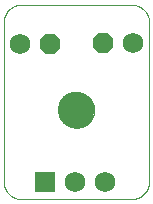
<source format=gts>
G75*
%MOIN*%
%OFA0B0*%
%FSLAX25Y25*%
%IPPOS*%
%LPD*%
%AMOC8*
5,1,8,0,0,1.08239X$1,22.5*
%
%ADD10C,0.00000*%
%ADD11C,0.12211*%
%ADD12R,0.06900X0.06900*%
%ADD13C,0.06900*%
%ADD14OC8,0.06900*%
D10*
X0001400Y0007206D02*
X0001400Y0060194D01*
X0001402Y0060346D01*
X0001408Y0060498D01*
X0001418Y0060650D01*
X0001431Y0060801D01*
X0001449Y0060952D01*
X0001470Y0061103D01*
X0001496Y0061253D01*
X0001525Y0061402D01*
X0001558Y0061551D01*
X0001595Y0061698D01*
X0001635Y0061845D01*
X0001680Y0061990D01*
X0001728Y0062134D01*
X0001780Y0062277D01*
X0001835Y0062419D01*
X0001894Y0062559D01*
X0001957Y0062698D01*
X0002023Y0062835D01*
X0002093Y0062970D01*
X0002166Y0063103D01*
X0002243Y0063234D01*
X0002323Y0063364D01*
X0002406Y0063491D01*
X0002492Y0063616D01*
X0002582Y0063739D01*
X0002675Y0063859D01*
X0002771Y0063977D01*
X0002870Y0064093D01*
X0002972Y0064206D01*
X0003076Y0064316D01*
X0003184Y0064424D01*
X0003294Y0064528D01*
X0003407Y0064630D01*
X0003523Y0064729D01*
X0003641Y0064825D01*
X0003761Y0064918D01*
X0003884Y0065008D01*
X0004009Y0065094D01*
X0004136Y0065177D01*
X0004266Y0065257D01*
X0004397Y0065334D01*
X0004530Y0065407D01*
X0004665Y0065477D01*
X0004802Y0065543D01*
X0004941Y0065606D01*
X0005081Y0065665D01*
X0005223Y0065720D01*
X0005366Y0065772D01*
X0005510Y0065820D01*
X0005655Y0065865D01*
X0005802Y0065905D01*
X0005949Y0065942D01*
X0006098Y0065975D01*
X0006247Y0066004D01*
X0006397Y0066030D01*
X0006548Y0066051D01*
X0006699Y0066069D01*
X0006850Y0066082D01*
X0007002Y0066092D01*
X0007154Y0066098D01*
X0007306Y0066100D01*
X0043994Y0066100D01*
X0044146Y0066098D01*
X0044298Y0066092D01*
X0044450Y0066082D01*
X0044601Y0066069D01*
X0044752Y0066051D01*
X0044903Y0066030D01*
X0045053Y0066004D01*
X0045202Y0065975D01*
X0045351Y0065942D01*
X0045498Y0065905D01*
X0045645Y0065865D01*
X0045790Y0065820D01*
X0045934Y0065772D01*
X0046077Y0065720D01*
X0046219Y0065665D01*
X0046359Y0065606D01*
X0046498Y0065543D01*
X0046635Y0065477D01*
X0046770Y0065407D01*
X0046903Y0065334D01*
X0047034Y0065257D01*
X0047164Y0065177D01*
X0047291Y0065094D01*
X0047416Y0065008D01*
X0047539Y0064918D01*
X0047659Y0064825D01*
X0047777Y0064729D01*
X0047893Y0064630D01*
X0048006Y0064528D01*
X0048116Y0064424D01*
X0048224Y0064316D01*
X0048328Y0064206D01*
X0048430Y0064093D01*
X0048529Y0063977D01*
X0048625Y0063859D01*
X0048718Y0063739D01*
X0048808Y0063616D01*
X0048894Y0063491D01*
X0048977Y0063364D01*
X0049057Y0063234D01*
X0049134Y0063103D01*
X0049207Y0062970D01*
X0049277Y0062835D01*
X0049343Y0062698D01*
X0049406Y0062559D01*
X0049465Y0062419D01*
X0049520Y0062277D01*
X0049572Y0062134D01*
X0049620Y0061990D01*
X0049665Y0061845D01*
X0049705Y0061698D01*
X0049742Y0061551D01*
X0049775Y0061402D01*
X0049804Y0061253D01*
X0049830Y0061103D01*
X0049851Y0060952D01*
X0049869Y0060801D01*
X0049882Y0060650D01*
X0049892Y0060498D01*
X0049898Y0060346D01*
X0049900Y0060194D01*
X0049900Y0007206D01*
X0049898Y0007054D01*
X0049892Y0006902D01*
X0049882Y0006750D01*
X0049869Y0006599D01*
X0049851Y0006448D01*
X0049830Y0006297D01*
X0049804Y0006147D01*
X0049775Y0005998D01*
X0049742Y0005849D01*
X0049705Y0005702D01*
X0049665Y0005555D01*
X0049620Y0005410D01*
X0049572Y0005266D01*
X0049520Y0005123D01*
X0049465Y0004981D01*
X0049406Y0004841D01*
X0049343Y0004702D01*
X0049277Y0004565D01*
X0049207Y0004430D01*
X0049134Y0004297D01*
X0049057Y0004166D01*
X0048977Y0004036D01*
X0048894Y0003909D01*
X0048808Y0003784D01*
X0048718Y0003661D01*
X0048625Y0003541D01*
X0048529Y0003423D01*
X0048430Y0003307D01*
X0048328Y0003194D01*
X0048224Y0003084D01*
X0048116Y0002976D01*
X0048006Y0002872D01*
X0047893Y0002770D01*
X0047777Y0002671D01*
X0047659Y0002575D01*
X0047539Y0002482D01*
X0047416Y0002392D01*
X0047291Y0002306D01*
X0047164Y0002223D01*
X0047034Y0002143D01*
X0046903Y0002066D01*
X0046770Y0001993D01*
X0046635Y0001923D01*
X0046498Y0001857D01*
X0046359Y0001794D01*
X0046219Y0001735D01*
X0046077Y0001680D01*
X0045934Y0001628D01*
X0045790Y0001580D01*
X0045645Y0001535D01*
X0045498Y0001495D01*
X0045351Y0001458D01*
X0045202Y0001425D01*
X0045053Y0001396D01*
X0044903Y0001370D01*
X0044752Y0001349D01*
X0044601Y0001331D01*
X0044450Y0001318D01*
X0044298Y0001308D01*
X0044146Y0001302D01*
X0043994Y0001300D01*
X0007306Y0001300D01*
X0007154Y0001302D01*
X0007002Y0001308D01*
X0006850Y0001318D01*
X0006699Y0001331D01*
X0006548Y0001349D01*
X0006397Y0001370D01*
X0006247Y0001396D01*
X0006098Y0001425D01*
X0005949Y0001458D01*
X0005802Y0001495D01*
X0005655Y0001535D01*
X0005510Y0001580D01*
X0005366Y0001628D01*
X0005223Y0001680D01*
X0005081Y0001735D01*
X0004941Y0001794D01*
X0004802Y0001857D01*
X0004665Y0001923D01*
X0004530Y0001993D01*
X0004397Y0002066D01*
X0004266Y0002143D01*
X0004136Y0002223D01*
X0004009Y0002306D01*
X0003884Y0002392D01*
X0003761Y0002482D01*
X0003641Y0002575D01*
X0003523Y0002671D01*
X0003407Y0002770D01*
X0003294Y0002872D01*
X0003184Y0002976D01*
X0003076Y0003084D01*
X0002972Y0003194D01*
X0002870Y0003307D01*
X0002771Y0003423D01*
X0002675Y0003541D01*
X0002582Y0003661D01*
X0002492Y0003784D01*
X0002406Y0003909D01*
X0002323Y0004036D01*
X0002243Y0004166D01*
X0002166Y0004297D01*
X0002093Y0004430D01*
X0002023Y0004565D01*
X0001957Y0004702D01*
X0001894Y0004841D01*
X0001835Y0004981D01*
X0001780Y0005123D01*
X0001728Y0005266D01*
X0001680Y0005410D01*
X0001635Y0005555D01*
X0001595Y0005702D01*
X0001558Y0005849D01*
X0001525Y0005998D01*
X0001496Y0006147D01*
X0001470Y0006297D01*
X0001449Y0006448D01*
X0001431Y0006599D01*
X0001418Y0006750D01*
X0001408Y0006902D01*
X0001402Y0007054D01*
X0001400Y0007206D01*
X0019744Y0031000D02*
X0019746Y0031153D01*
X0019752Y0031307D01*
X0019762Y0031460D01*
X0019776Y0031612D01*
X0019794Y0031765D01*
X0019816Y0031916D01*
X0019841Y0032067D01*
X0019871Y0032218D01*
X0019905Y0032368D01*
X0019942Y0032516D01*
X0019983Y0032664D01*
X0020028Y0032810D01*
X0020077Y0032956D01*
X0020130Y0033100D01*
X0020186Y0033242D01*
X0020246Y0033383D01*
X0020310Y0033523D01*
X0020377Y0033661D01*
X0020448Y0033797D01*
X0020523Y0033931D01*
X0020600Y0034063D01*
X0020682Y0034193D01*
X0020766Y0034321D01*
X0020854Y0034447D01*
X0020945Y0034570D01*
X0021039Y0034691D01*
X0021137Y0034809D01*
X0021237Y0034925D01*
X0021341Y0035038D01*
X0021447Y0035149D01*
X0021556Y0035257D01*
X0021668Y0035362D01*
X0021782Y0035463D01*
X0021900Y0035562D01*
X0022019Y0035658D01*
X0022141Y0035751D01*
X0022266Y0035840D01*
X0022393Y0035927D01*
X0022522Y0036009D01*
X0022653Y0036089D01*
X0022786Y0036165D01*
X0022921Y0036238D01*
X0023058Y0036307D01*
X0023197Y0036372D01*
X0023337Y0036434D01*
X0023479Y0036492D01*
X0023622Y0036547D01*
X0023767Y0036598D01*
X0023913Y0036645D01*
X0024060Y0036688D01*
X0024208Y0036727D01*
X0024357Y0036763D01*
X0024507Y0036794D01*
X0024658Y0036822D01*
X0024809Y0036846D01*
X0024962Y0036866D01*
X0025114Y0036882D01*
X0025267Y0036894D01*
X0025420Y0036902D01*
X0025573Y0036906D01*
X0025727Y0036906D01*
X0025880Y0036902D01*
X0026033Y0036894D01*
X0026186Y0036882D01*
X0026338Y0036866D01*
X0026491Y0036846D01*
X0026642Y0036822D01*
X0026793Y0036794D01*
X0026943Y0036763D01*
X0027092Y0036727D01*
X0027240Y0036688D01*
X0027387Y0036645D01*
X0027533Y0036598D01*
X0027678Y0036547D01*
X0027821Y0036492D01*
X0027963Y0036434D01*
X0028103Y0036372D01*
X0028242Y0036307D01*
X0028379Y0036238D01*
X0028514Y0036165D01*
X0028647Y0036089D01*
X0028778Y0036009D01*
X0028907Y0035927D01*
X0029034Y0035840D01*
X0029159Y0035751D01*
X0029281Y0035658D01*
X0029400Y0035562D01*
X0029518Y0035463D01*
X0029632Y0035362D01*
X0029744Y0035257D01*
X0029853Y0035149D01*
X0029959Y0035038D01*
X0030063Y0034925D01*
X0030163Y0034809D01*
X0030261Y0034691D01*
X0030355Y0034570D01*
X0030446Y0034447D01*
X0030534Y0034321D01*
X0030618Y0034193D01*
X0030700Y0034063D01*
X0030777Y0033931D01*
X0030852Y0033797D01*
X0030923Y0033661D01*
X0030990Y0033523D01*
X0031054Y0033383D01*
X0031114Y0033242D01*
X0031170Y0033100D01*
X0031223Y0032956D01*
X0031272Y0032810D01*
X0031317Y0032664D01*
X0031358Y0032516D01*
X0031395Y0032368D01*
X0031429Y0032218D01*
X0031459Y0032067D01*
X0031484Y0031916D01*
X0031506Y0031765D01*
X0031524Y0031612D01*
X0031538Y0031460D01*
X0031548Y0031307D01*
X0031554Y0031153D01*
X0031556Y0031000D01*
X0031554Y0030847D01*
X0031548Y0030693D01*
X0031538Y0030540D01*
X0031524Y0030388D01*
X0031506Y0030235D01*
X0031484Y0030084D01*
X0031459Y0029933D01*
X0031429Y0029782D01*
X0031395Y0029632D01*
X0031358Y0029484D01*
X0031317Y0029336D01*
X0031272Y0029190D01*
X0031223Y0029044D01*
X0031170Y0028900D01*
X0031114Y0028758D01*
X0031054Y0028617D01*
X0030990Y0028477D01*
X0030923Y0028339D01*
X0030852Y0028203D01*
X0030777Y0028069D01*
X0030700Y0027937D01*
X0030618Y0027807D01*
X0030534Y0027679D01*
X0030446Y0027553D01*
X0030355Y0027430D01*
X0030261Y0027309D01*
X0030163Y0027191D01*
X0030063Y0027075D01*
X0029959Y0026962D01*
X0029853Y0026851D01*
X0029744Y0026743D01*
X0029632Y0026638D01*
X0029518Y0026537D01*
X0029400Y0026438D01*
X0029281Y0026342D01*
X0029159Y0026249D01*
X0029034Y0026160D01*
X0028907Y0026073D01*
X0028778Y0025991D01*
X0028647Y0025911D01*
X0028514Y0025835D01*
X0028379Y0025762D01*
X0028242Y0025693D01*
X0028103Y0025628D01*
X0027963Y0025566D01*
X0027821Y0025508D01*
X0027678Y0025453D01*
X0027533Y0025402D01*
X0027387Y0025355D01*
X0027240Y0025312D01*
X0027092Y0025273D01*
X0026943Y0025237D01*
X0026793Y0025206D01*
X0026642Y0025178D01*
X0026491Y0025154D01*
X0026338Y0025134D01*
X0026186Y0025118D01*
X0026033Y0025106D01*
X0025880Y0025098D01*
X0025727Y0025094D01*
X0025573Y0025094D01*
X0025420Y0025098D01*
X0025267Y0025106D01*
X0025114Y0025118D01*
X0024962Y0025134D01*
X0024809Y0025154D01*
X0024658Y0025178D01*
X0024507Y0025206D01*
X0024357Y0025237D01*
X0024208Y0025273D01*
X0024060Y0025312D01*
X0023913Y0025355D01*
X0023767Y0025402D01*
X0023622Y0025453D01*
X0023479Y0025508D01*
X0023337Y0025566D01*
X0023197Y0025628D01*
X0023058Y0025693D01*
X0022921Y0025762D01*
X0022786Y0025835D01*
X0022653Y0025911D01*
X0022522Y0025991D01*
X0022393Y0026073D01*
X0022266Y0026160D01*
X0022141Y0026249D01*
X0022019Y0026342D01*
X0021900Y0026438D01*
X0021782Y0026537D01*
X0021668Y0026638D01*
X0021556Y0026743D01*
X0021447Y0026851D01*
X0021341Y0026962D01*
X0021237Y0027075D01*
X0021137Y0027191D01*
X0021039Y0027309D01*
X0020945Y0027430D01*
X0020854Y0027553D01*
X0020766Y0027679D01*
X0020682Y0027807D01*
X0020600Y0027937D01*
X0020523Y0028069D01*
X0020448Y0028203D01*
X0020377Y0028339D01*
X0020310Y0028477D01*
X0020246Y0028617D01*
X0020186Y0028758D01*
X0020130Y0028900D01*
X0020077Y0029044D01*
X0020028Y0029190D01*
X0019983Y0029336D01*
X0019942Y0029484D01*
X0019905Y0029632D01*
X0019871Y0029782D01*
X0019841Y0029933D01*
X0019816Y0030084D01*
X0019794Y0030235D01*
X0019776Y0030388D01*
X0019762Y0030540D01*
X0019752Y0030693D01*
X0019746Y0030847D01*
X0019744Y0031000D01*
D11*
X0025650Y0031000D03*
D12*
X0015300Y0007100D03*
D13*
X0025300Y0007100D03*
X0035300Y0007100D03*
X0044588Y0053200D03*
X0006834Y0053100D03*
D14*
X0016832Y0053100D03*
X0034590Y0053200D03*
M02*

</source>
